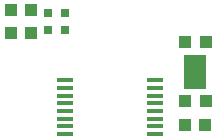
<source format=gtp>
G75*
%MOIN*%
%OFA0B0*%
%FSLAX25Y25*%
%IPPOS*%
%LPD*%
%AMOC8*
5,1,8,0,0,1.08239X$1,22.5*
%
%ADD10R,0.04134X0.04252*%
%ADD11R,0.03150X0.03150*%
%ADD12R,0.03937X0.04331*%
%ADD13R,0.07800X0.11200*%
%ADD14R,0.05630X0.01811*%
D10*
X0065961Y0042831D03*
X0072850Y0042831D03*
X0072850Y0062516D03*
X0065961Y0062516D03*
D11*
X0026098Y0066453D03*
X0020193Y0066453D03*
X0020193Y0072358D03*
X0026098Y0072358D03*
D12*
X0014681Y0073343D03*
X0007988Y0073343D03*
X0007988Y0065469D03*
X0014681Y0065469D03*
X0066059Y0034957D03*
X0072752Y0034957D03*
D13*
X0069406Y0052673D03*
D14*
X0025921Y0031906D03*
X0025921Y0034465D03*
X0025921Y0037024D03*
X0025921Y0039583D03*
X0025921Y0042142D03*
X0025921Y0044701D03*
X0025921Y0047260D03*
X0025921Y0049819D03*
X0055803Y0049819D03*
X0055803Y0047260D03*
X0055803Y0044701D03*
X0055803Y0042142D03*
X0055803Y0039583D03*
X0055803Y0037024D03*
X0055803Y0034465D03*
X0055803Y0031906D03*
M02*

</source>
